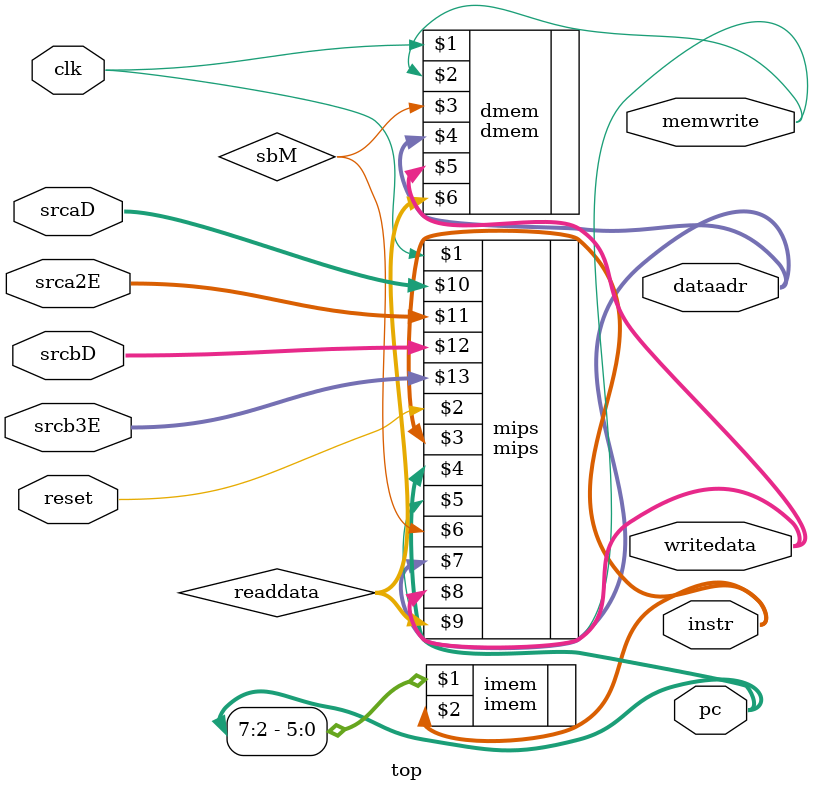
<source format=sv>
module top (input clk, reset,
				
			output [31:0] writedata, dataadr, pc, instr,
				
			output memwrite,
				
			input [31:0] srcaD, srca2E, srcbD, srcb3E);

		
reg [31:0] readdata;
		
reg sbM;

// instantiate processor and memories
		
mips mips (clk, reset,
		   instr,		   
		   // Out
		   pc,
		   memwrite, sbM,
		   dataadr, writedata,
		   // In
           readdata,
		   srcaD, srca2E, srcbD, srcb3E);
		
imem imem (pc[7:2],
		   // Out
		   instr);

		
dmem dmem (clk, memwrite, sbM,
		   dataadr, writedata,
		   // Out
		   readdata);

endmodule

</source>
